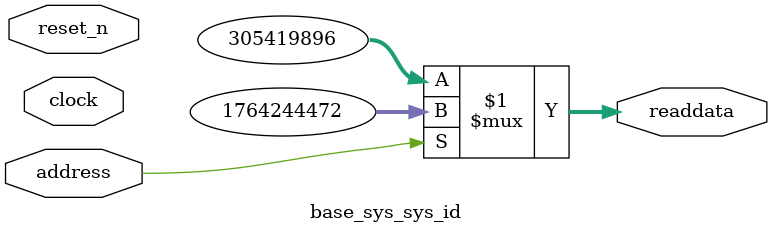
<source format=v>



// synthesis translate_off
`timescale 1ns / 1ps
// synthesis translate_on

// turn off superfluous verilog processor warnings 
// altera message_level Level1 
// altera message_off 10034 10035 10036 10037 10230 10240 10030 

module base_sys_sys_id (
               // inputs:
                address,
                clock,
                reset_n,

               // outputs:
                readdata
             )
;

  output  [ 31: 0] readdata;
  input            address;
  input            clock;
  input            reset_n;

  wire    [ 31: 0] readdata;
  //control_slave, which is an e_avalon_slave
  assign readdata = address ? 1764244472 : 305419896;

endmodule



</source>
